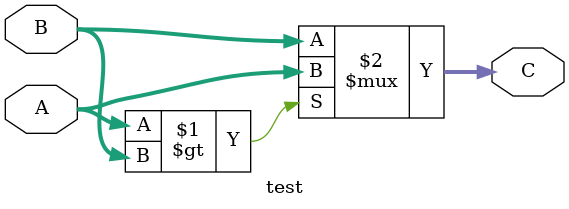
<source format=v>
`timescale 1ns / 1ps
module test(
    input [31:0] A,
    input [31:0] B,
    output  [31:0] C
    );
	 assign C = ($signed(A) > $signed(B))? A:B;


endmodule

</source>
